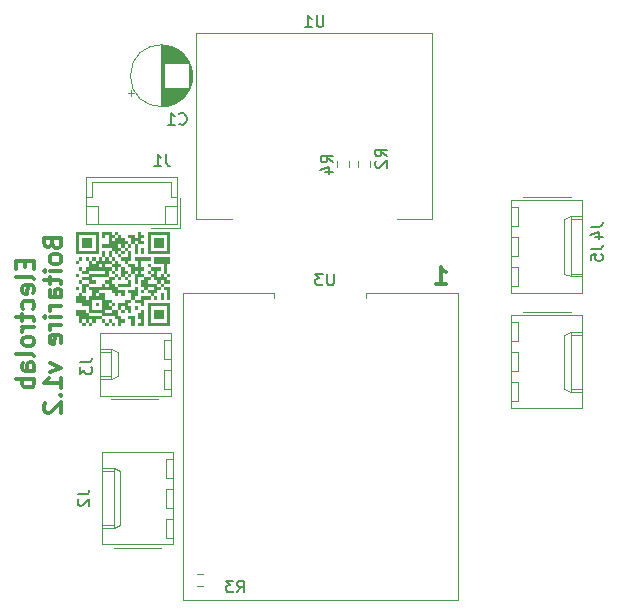
<source format=gbr>
%TF.GenerationSoftware,KiCad,Pcbnew,(6.0.0)*%
%TF.CreationDate,2022-06-18T18:04:24+02:00*%
%TF.ProjectId,boitarire,626f6974-6172-4697-9265-2e6b69636164,rev?*%
%TF.SameCoordinates,Original*%
%TF.FileFunction,Legend,Bot*%
%TF.FilePolarity,Positive*%
%FSLAX46Y46*%
G04 Gerber Fmt 4.6, Leading zero omitted, Abs format (unit mm)*
G04 Created by KiCad (PCBNEW (6.0.0)) date 2022-06-18 18:04:24*
%MOMM*%
%LPD*%
G01*
G04 APERTURE LIST*
%ADD10C,0.300000*%
%ADD11C,0.150000*%
%ADD12C,0.120000*%
G04 APERTURE END LIST*
D10*
X138992857Y-63878571D02*
X138992857Y-64378571D01*
X139778571Y-64592857D02*
X139778571Y-63878571D01*
X138278571Y-63878571D01*
X138278571Y-64592857D01*
X139778571Y-65450000D02*
X139707142Y-65307142D01*
X139564285Y-65235714D01*
X138278571Y-65235714D01*
X139707142Y-66592857D02*
X139778571Y-66450000D01*
X139778571Y-66164285D01*
X139707142Y-66021428D01*
X139564285Y-65950000D01*
X138992857Y-65950000D01*
X138850000Y-66021428D01*
X138778571Y-66164285D01*
X138778571Y-66450000D01*
X138850000Y-66592857D01*
X138992857Y-66664285D01*
X139135714Y-66664285D01*
X139278571Y-65950000D01*
X139707142Y-67950000D02*
X139778571Y-67807142D01*
X139778571Y-67521428D01*
X139707142Y-67378571D01*
X139635714Y-67307142D01*
X139492857Y-67235714D01*
X139064285Y-67235714D01*
X138921428Y-67307142D01*
X138850000Y-67378571D01*
X138778571Y-67521428D01*
X138778571Y-67807142D01*
X138850000Y-67950000D01*
X138778571Y-68378571D02*
X138778571Y-68950000D01*
X138278571Y-68592857D02*
X139564285Y-68592857D01*
X139707142Y-68664285D01*
X139778571Y-68807142D01*
X139778571Y-68950000D01*
X139778571Y-69450000D02*
X138778571Y-69450000D01*
X139064285Y-69450000D02*
X138921428Y-69521428D01*
X138850000Y-69592857D01*
X138778571Y-69735714D01*
X138778571Y-69878571D01*
X139778571Y-70592857D02*
X139707142Y-70450000D01*
X139635714Y-70378571D01*
X139492857Y-70307142D01*
X139064285Y-70307142D01*
X138921428Y-70378571D01*
X138850000Y-70450000D01*
X138778571Y-70592857D01*
X138778571Y-70807142D01*
X138850000Y-70950000D01*
X138921428Y-71021428D01*
X139064285Y-71092857D01*
X139492857Y-71092857D01*
X139635714Y-71021428D01*
X139707142Y-70950000D01*
X139778571Y-70807142D01*
X139778571Y-70592857D01*
X139778571Y-71950000D02*
X139707142Y-71807142D01*
X139564285Y-71735714D01*
X138278571Y-71735714D01*
X139778571Y-73164285D02*
X138992857Y-73164285D01*
X138850000Y-73092857D01*
X138778571Y-72950000D01*
X138778571Y-72664285D01*
X138850000Y-72521428D01*
X139707142Y-73164285D02*
X139778571Y-73021428D01*
X139778571Y-72664285D01*
X139707142Y-72521428D01*
X139564285Y-72450000D01*
X139421428Y-72450000D01*
X139278571Y-72521428D01*
X139207142Y-72664285D01*
X139207142Y-73021428D01*
X139135714Y-73164285D01*
X139778571Y-73878571D02*
X138278571Y-73878571D01*
X138850000Y-73878571D02*
X138778571Y-74021428D01*
X138778571Y-74307142D01*
X138850000Y-74450000D01*
X138921428Y-74521428D01*
X139064285Y-74592857D01*
X139492857Y-74592857D01*
X139635714Y-74521428D01*
X139707142Y-74450000D01*
X139778571Y-74307142D01*
X139778571Y-74021428D01*
X139707142Y-73878571D01*
X141292857Y-62407142D02*
X141364285Y-62621428D01*
X141435714Y-62692857D01*
X141578571Y-62764285D01*
X141792857Y-62764285D01*
X141935714Y-62692857D01*
X142007142Y-62621428D01*
X142078571Y-62478571D01*
X142078571Y-61907142D01*
X140578571Y-61907142D01*
X140578571Y-62407142D01*
X140650000Y-62550000D01*
X140721428Y-62621428D01*
X140864285Y-62692857D01*
X141007142Y-62692857D01*
X141150000Y-62621428D01*
X141221428Y-62550000D01*
X141292857Y-62407142D01*
X141292857Y-61907142D01*
X142078571Y-63621428D02*
X142007142Y-63478571D01*
X141935714Y-63407142D01*
X141792857Y-63335714D01*
X141364285Y-63335714D01*
X141221428Y-63407142D01*
X141150000Y-63478571D01*
X141078571Y-63621428D01*
X141078571Y-63835714D01*
X141150000Y-63978571D01*
X141221428Y-64050000D01*
X141364285Y-64121428D01*
X141792857Y-64121428D01*
X141935714Y-64050000D01*
X142007142Y-63978571D01*
X142078571Y-63835714D01*
X142078571Y-63621428D01*
X142078571Y-64764285D02*
X141078571Y-64764285D01*
X140578571Y-64764285D02*
X140650000Y-64692857D01*
X140721428Y-64764285D01*
X140650000Y-64835714D01*
X140578571Y-64764285D01*
X140721428Y-64764285D01*
X141078571Y-65264285D02*
X141078571Y-65835714D01*
X140578571Y-65478571D02*
X141864285Y-65478571D01*
X142007142Y-65550000D01*
X142078571Y-65692857D01*
X142078571Y-65835714D01*
X142078571Y-66978571D02*
X141292857Y-66978571D01*
X141150000Y-66907142D01*
X141078571Y-66764285D01*
X141078571Y-66478571D01*
X141150000Y-66335714D01*
X142007142Y-66978571D02*
X142078571Y-66835714D01*
X142078571Y-66478571D01*
X142007142Y-66335714D01*
X141864285Y-66264285D01*
X141721428Y-66264285D01*
X141578571Y-66335714D01*
X141507142Y-66478571D01*
X141507142Y-66835714D01*
X141435714Y-66978571D01*
X142078571Y-67692857D02*
X141078571Y-67692857D01*
X141364285Y-67692857D02*
X141221428Y-67764285D01*
X141150000Y-67835714D01*
X141078571Y-67978571D01*
X141078571Y-68121428D01*
X142078571Y-68621428D02*
X141078571Y-68621428D01*
X140578571Y-68621428D02*
X140650000Y-68550000D01*
X140721428Y-68621428D01*
X140650000Y-68692857D01*
X140578571Y-68621428D01*
X140721428Y-68621428D01*
X142078571Y-69335714D02*
X141078571Y-69335714D01*
X141364285Y-69335714D02*
X141221428Y-69407142D01*
X141150000Y-69478571D01*
X141078571Y-69621428D01*
X141078571Y-69764285D01*
X142007142Y-70835714D02*
X142078571Y-70692857D01*
X142078571Y-70407142D01*
X142007142Y-70264285D01*
X141864285Y-70192857D01*
X141292857Y-70192857D01*
X141150000Y-70264285D01*
X141078571Y-70407142D01*
X141078571Y-70692857D01*
X141150000Y-70835714D01*
X141292857Y-70907142D01*
X141435714Y-70907142D01*
X141578571Y-70192857D01*
X141078571Y-72550000D02*
X142078571Y-72907142D01*
X141078571Y-73264285D01*
X142078571Y-74621428D02*
X142078571Y-73764285D01*
X142078571Y-74192857D02*
X140578571Y-74192857D01*
X140792857Y-74050000D01*
X140935714Y-73907142D01*
X141007142Y-73764285D01*
X141935714Y-75264285D02*
X142007142Y-75335714D01*
X142078571Y-75264285D01*
X142007142Y-75192857D01*
X141935714Y-75264285D01*
X142078571Y-75264285D01*
X140721428Y-75907142D02*
X140650000Y-75978571D01*
X140578571Y-76121428D01*
X140578571Y-76478571D01*
X140650000Y-76621428D01*
X140721428Y-76692857D01*
X140864285Y-76764285D01*
X141007142Y-76764285D01*
X141221428Y-76692857D01*
X142078571Y-75835714D01*
X142078571Y-76764285D01*
X173771428Y-65878571D02*
X174628571Y-65878571D01*
X174200000Y-65878571D02*
X174200000Y-64378571D01*
X174342857Y-64592857D01*
X174485714Y-64735714D01*
X174628571Y-64807142D01*
D11*
%TO.C,U1*%
X164261904Y-43077380D02*
X164261904Y-43886904D01*
X164214285Y-43982142D01*
X164166666Y-44029761D01*
X164071428Y-44077380D01*
X163880952Y-44077380D01*
X163785714Y-44029761D01*
X163738095Y-43982142D01*
X163690476Y-43886904D01*
X163690476Y-43077380D01*
X162690476Y-44077380D02*
X163261904Y-44077380D01*
X162976190Y-44077380D02*
X162976190Y-43077380D01*
X163071428Y-43220238D01*
X163166666Y-43315476D01*
X163261904Y-43363095D01*
%TO.C,R3*%
X156966666Y-91952380D02*
X157300000Y-91476190D01*
X157538095Y-91952380D02*
X157538095Y-90952380D01*
X157157142Y-90952380D01*
X157061904Y-91000000D01*
X157014285Y-91047619D01*
X156966666Y-91142857D01*
X156966666Y-91285714D01*
X157014285Y-91380952D01*
X157061904Y-91428571D01*
X157157142Y-91476190D01*
X157538095Y-91476190D01*
X156633333Y-90952380D02*
X156014285Y-90952380D01*
X156347619Y-91333333D01*
X156204761Y-91333333D01*
X156109523Y-91380952D01*
X156061904Y-91428571D01*
X156014285Y-91523809D01*
X156014285Y-91761904D01*
X156061904Y-91857142D01*
X156109523Y-91904761D01*
X156204761Y-91952380D01*
X156490476Y-91952380D01*
X156585714Y-91904761D01*
X156633333Y-91857142D01*
%TO.C,J4*%
X186902380Y-60986666D02*
X187616666Y-60986666D01*
X187759523Y-60939047D01*
X187854761Y-60843809D01*
X187902380Y-60700952D01*
X187902380Y-60605714D01*
X187235714Y-61891428D02*
X187902380Y-61891428D01*
X186854761Y-61653333D02*
X187569047Y-61415238D01*
X187569047Y-62034285D01*
%TO.C,J3*%
X143652380Y-72466666D02*
X144366666Y-72466666D01*
X144509523Y-72419047D01*
X144604761Y-72323809D01*
X144652380Y-72180952D01*
X144652380Y-72085714D01*
X143652380Y-72847619D02*
X143652380Y-73466666D01*
X144033333Y-73133333D01*
X144033333Y-73276190D01*
X144080952Y-73371428D01*
X144128571Y-73419047D01*
X144223809Y-73466666D01*
X144461904Y-73466666D01*
X144557142Y-73419047D01*
X144604761Y-73371428D01*
X144652380Y-73276190D01*
X144652380Y-72990476D01*
X144604761Y-72895238D01*
X144557142Y-72847619D01*
%TO.C,R4*%
X165052380Y-55533333D02*
X164576190Y-55200000D01*
X165052380Y-54961904D02*
X164052380Y-54961904D01*
X164052380Y-55342857D01*
X164100000Y-55438095D01*
X164147619Y-55485714D01*
X164242857Y-55533333D01*
X164385714Y-55533333D01*
X164480952Y-55485714D01*
X164528571Y-55438095D01*
X164576190Y-55342857D01*
X164576190Y-54961904D01*
X164385714Y-56390476D02*
X165052380Y-56390476D01*
X164004761Y-56152380D02*
X164719047Y-55914285D01*
X164719047Y-56533333D01*
%TO.C,J1*%
X150933333Y-54852380D02*
X150933333Y-55566666D01*
X150980952Y-55709523D01*
X151076190Y-55804761D01*
X151219047Y-55852380D01*
X151314285Y-55852380D01*
X149933333Y-55852380D02*
X150504761Y-55852380D01*
X150219047Y-55852380D02*
X150219047Y-54852380D01*
X150314285Y-54995238D01*
X150409523Y-55090476D01*
X150504761Y-55138095D01*
%TO.C,J2*%
X143452380Y-83626666D02*
X144166666Y-83626666D01*
X144309523Y-83579047D01*
X144404761Y-83483809D01*
X144452380Y-83340952D01*
X144452380Y-83245714D01*
X143547619Y-84055238D02*
X143500000Y-84102857D01*
X143452380Y-84198095D01*
X143452380Y-84436190D01*
X143500000Y-84531428D01*
X143547619Y-84579047D01*
X143642857Y-84626666D01*
X143738095Y-84626666D01*
X143880952Y-84579047D01*
X144452380Y-84007619D01*
X144452380Y-84626666D01*
%TO.C,J5*%
X186902380Y-62886666D02*
X187616666Y-62886666D01*
X187759523Y-62839047D01*
X187854761Y-62743809D01*
X187902380Y-62600952D01*
X187902380Y-62505714D01*
X186902380Y-63839047D02*
X186902380Y-63362857D01*
X187378571Y-63315238D01*
X187330952Y-63362857D01*
X187283333Y-63458095D01*
X187283333Y-63696190D01*
X187330952Y-63791428D01*
X187378571Y-63839047D01*
X187473809Y-63886666D01*
X187711904Y-63886666D01*
X187807142Y-63839047D01*
X187854761Y-63791428D01*
X187902380Y-63696190D01*
X187902380Y-63458095D01*
X187854761Y-63362857D01*
X187807142Y-63315238D01*
%TO.C,R2*%
X169652380Y-55033333D02*
X169176190Y-54700000D01*
X169652380Y-54461904D02*
X168652380Y-54461904D01*
X168652380Y-54842857D01*
X168700000Y-54938095D01*
X168747619Y-54985714D01*
X168842857Y-55033333D01*
X168985714Y-55033333D01*
X169080952Y-54985714D01*
X169128571Y-54938095D01*
X169176190Y-54842857D01*
X169176190Y-54461904D01*
X168747619Y-55414285D02*
X168700000Y-55461904D01*
X168652380Y-55557142D01*
X168652380Y-55795238D01*
X168700000Y-55890476D01*
X168747619Y-55938095D01*
X168842857Y-55985714D01*
X168938095Y-55985714D01*
X169080952Y-55938095D01*
X169652380Y-55366666D01*
X169652380Y-55985714D01*
%TO.C,C1*%
X152061554Y-52257142D02*
X152109173Y-52304761D01*
X152252030Y-52352380D01*
X152347268Y-52352380D01*
X152490126Y-52304761D01*
X152585364Y-52209523D01*
X152632983Y-52114285D01*
X152680602Y-51923809D01*
X152680602Y-51780952D01*
X152632983Y-51590476D01*
X152585364Y-51495238D01*
X152490126Y-51400000D01*
X152347268Y-51352380D01*
X152252030Y-51352380D01*
X152109173Y-51400000D01*
X152061554Y-51447619D01*
X151109173Y-52352380D02*
X151680602Y-52352380D01*
X151394888Y-52352380D02*
X151394888Y-51352380D01*
X151490126Y-51495238D01*
X151585364Y-51590476D01*
X151680602Y-51638095D01*
%TO.C,U3*%
X165161904Y-64952380D02*
X165161904Y-65761904D01*
X165114285Y-65857142D01*
X165066666Y-65904761D01*
X164971428Y-65952380D01*
X164780952Y-65952380D01*
X164685714Y-65904761D01*
X164638095Y-65857142D01*
X164590476Y-65761904D01*
X164590476Y-64952380D01*
X164209523Y-64952380D02*
X163590476Y-64952380D01*
X163923809Y-65333333D01*
X163780952Y-65333333D01*
X163685714Y-65380952D01*
X163638095Y-65428571D01*
X163590476Y-65523809D01*
X163590476Y-65761904D01*
X163638095Y-65857142D01*
X163685714Y-65904761D01*
X163780952Y-65952380D01*
X164066666Y-65952380D01*
X164161904Y-65904761D01*
X164209523Y-65857142D01*
D12*
%TO.C,U1*%
X153510000Y-44625000D02*
X153510000Y-60375000D01*
X173490000Y-60375000D02*
X173490000Y-44625000D01*
X153510000Y-60375000D02*
X156500000Y-60375000D01*
X170500000Y-60375000D02*
X173490000Y-60375000D01*
X173490000Y-44625000D02*
X153510000Y-44625000D01*
%TO.C,R3*%
X153545276Y-90377500D02*
X154054724Y-90377500D01*
X153545276Y-91422500D02*
X154054724Y-91422500D01*
%TO.C,J4*%
X184660000Y-70120000D02*
X184660000Y-74700000D01*
X180170000Y-76330000D02*
X180170000Y-68490000D01*
X180770000Y-74150000D02*
X180770000Y-75750000D01*
X180170000Y-69070000D02*
X180770000Y-69070000D01*
X186190000Y-74700000D02*
X185190000Y-74700000D01*
X186190000Y-76330000D02*
X180170000Y-76330000D01*
X180770000Y-73210000D02*
X180170000Y-73210000D01*
X180770000Y-71610000D02*
X180770000Y-73210000D01*
X181200000Y-68200000D02*
X185200000Y-68200000D01*
X185190000Y-69870000D02*
X184660000Y-70120000D01*
X180170000Y-71610000D02*
X180770000Y-71610000D01*
X184660000Y-74700000D02*
X185190000Y-74950000D01*
X180770000Y-70670000D02*
X180170000Y-70670000D01*
X185190000Y-69870000D02*
X185190000Y-74950000D01*
X186190000Y-68490000D02*
X186190000Y-76330000D01*
X180770000Y-69070000D02*
X180770000Y-70670000D01*
X180170000Y-74150000D02*
X180770000Y-74150000D01*
X186190000Y-69870000D02*
X185190000Y-69870000D01*
X180170000Y-68490000D02*
X186190000Y-68490000D01*
X185190000Y-74950000D02*
X186190000Y-74950000D01*
X180770000Y-75750000D02*
X180170000Y-75750000D01*
X186190000Y-70120000D02*
X185190000Y-70120000D01*
%TO.C,J3*%
X151330000Y-74700000D02*
X150730000Y-74700000D01*
X145310000Y-73900000D02*
X146310000Y-73900000D01*
X145310000Y-71610000D02*
X146310000Y-71610000D01*
X150730000Y-74700000D02*
X150730000Y-73100000D01*
X151330000Y-69980000D02*
X151330000Y-75280000D01*
X150730000Y-72160000D02*
X150730000Y-70560000D01*
X151330000Y-75280000D02*
X145310000Y-75280000D01*
X145310000Y-73650000D02*
X146310000Y-73650000D01*
X150730000Y-70560000D02*
X151330000Y-70560000D01*
X146310000Y-73900000D02*
X146840000Y-73650000D01*
X146840000Y-71610000D02*
X146310000Y-71360000D01*
X146840000Y-73650000D02*
X146840000Y-71610000D01*
X150300000Y-75570000D02*
X146300000Y-75570000D01*
X150730000Y-73100000D02*
X151330000Y-73100000D01*
X151330000Y-72160000D02*
X150730000Y-72160000D01*
X146310000Y-73900000D02*
X146310000Y-71360000D01*
X145310000Y-75280000D02*
X145310000Y-69980000D01*
X145310000Y-69980000D02*
X151330000Y-69980000D01*
X146310000Y-71360000D02*
X145310000Y-71360000D01*
%TO.C,R4*%
X166422500Y-55954724D02*
X166422500Y-55445276D01*
X165377500Y-55954724D02*
X165377500Y-55445276D01*
%TO.C,J1*%
X144140000Y-60760000D02*
X144140000Y-56740000D01*
X151360000Y-57240000D02*
X144640000Y-57240000D01*
X151860000Y-56740000D02*
X151860000Y-60760000D01*
X151860000Y-59260000D02*
X150860000Y-59260000D01*
X145140000Y-59260000D02*
X145140000Y-60760000D01*
X144640000Y-57240000D02*
X144640000Y-58450000D01*
X152160000Y-58560000D02*
X152160000Y-61060000D01*
X151360000Y-58450000D02*
X151360000Y-57240000D01*
X150860000Y-59260000D02*
X150860000Y-60760000D01*
X152160000Y-61060000D02*
X149660000Y-61060000D01*
X151860000Y-58450000D02*
X151360000Y-58450000D01*
X144140000Y-56740000D02*
X151860000Y-56740000D01*
X151860000Y-60760000D02*
X144140000Y-60760000D01*
X144140000Y-59260000D02*
X145140000Y-59260000D01*
X144640000Y-58450000D02*
X144140000Y-58450000D01*
%TO.C,J2*%
X150930000Y-82220000D02*
X150930000Y-80620000D01*
X145510000Y-86500000D02*
X146510000Y-86500000D01*
X150930000Y-80620000D02*
X151530000Y-80620000D01*
X150930000Y-85700000D02*
X151530000Y-85700000D01*
X146510000Y-86500000D02*
X147040000Y-86250000D01*
X151530000Y-87880000D02*
X145510000Y-87880000D01*
X150930000Y-87300000D02*
X150930000Y-85700000D01*
X145510000Y-81670000D02*
X146510000Y-81670000D01*
X151530000Y-80040000D02*
X151530000Y-87880000D01*
X150500000Y-88170000D02*
X146500000Y-88170000D01*
X145510000Y-86250000D02*
X146510000Y-86250000D01*
X151530000Y-84760000D02*
X150930000Y-84760000D01*
X146510000Y-81420000D02*
X145510000Y-81420000D01*
X150930000Y-84760000D02*
X150930000Y-83160000D01*
X147040000Y-86250000D02*
X147040000Y-81670000D01*
X150930000Y-83160000D02*
X151530000Y-83160000D01*
X145510000Y-80040000D02*
X151530000Y-80040000D01*
X145510000Y-87880000D02*
X145510000Y-80040000D01*
X146510000Y-86500000D02*
X146510000Y-81420000D01*
X147040000Y-81670000D02*
X146510000Y-81420000D01*
X151530000Y-82220000D02*
X150930000Y-82220000D01*
X151530000Y-87300000D02*
X150930000Y-87300000D01*
%TO.C,J5*%
X180770000Y-64400000D02*
X180770000Y-66000000D01*
X180170000Y-61860000D02*
X180770000Y-61860000D01*
X180770000Y-61860000D02*
X180770000Y-63460000D01*
X180770000Y-60920000D02*
X180170000Y-60920000D01*
X180770000Y-59320000D02*
X180770000Y-60920000D01*
X185190000Y-65200000D02*
X186190000Y-65200000D01*
X186190000Y-60370000D02*
X185190000Y-60370000D01*
X180170000Y-64400000D02*
X180770000Y-64400000D01*
X184660000Y-64950000D02*
X185190000Y-65200000D01*
X184660000Y-60370000D02*
X184660000Y-64950000D01*
X180770000Y-66000000D02*
X180170000Y-66000000D01*
X180770000Y-63460000D02*
X180170000Y-63460000D01*
X185190000Y-60120000D02*
X184660000Y-60370000D01*
X181200000Y-58450000D02*
X185200000Y-58450000D01*
X186190000Y-58740000D02*
X186190000Y-66580000D01*
X180170000Y-59320000D02*
X180770000Y-59320000D01*
X180170000Y-66580000D02*
X180170000Y-58740000D01*
X186190000Y-60120000D02*
X185190000Y-60120000D01*
X180170000Y-58740000D02*
X186190000Y-58740000D01*
X186190000Y-64950000D02*
X185190000Y-64950000D01*
X185190000Y-60120000D02*
X185190000Y-65200000D01*
X186190000Y-66580000D02*
X180170000Y-66580000D01*
%TO.C,R2*%
X167177500Y-55954724D02*
X167177500Y-55445276D01*
X168222500Y-55954724D02*
X168222500Y-55445276D01*
%TO.C,C1*%
X152425888Y-47160000D02*
X152425888Y-46415000D01*
X151184888Y-47160000D02*
X151184888Y-45699000D01*
X152745888Y-49583000D02*
X152745888Y-49240000D01*
X151425888Y-47160000D02*
X151425888Y-45772000D01*
X151985888Y-47160000D02*
X151985888Y-46051000D01*
X152665888Y-47160000D02*
X152665888Y-46700000D01*
X150624888Y-50779000D02*
X150624888Y-45621000D01*
X152425888Y-49985000D02*
X152425888Y-49240000D01*
X151265888Y-50680000D02*
X151265888Y-49240000D01*
X152745888Y-47160000D02*
X152745888Y-46817000D01*
X152625888Y-47160000D02*
X152625888Y-46646000D01*
X152465888Y-49943000D02*
X152465888Y-49240000D01*
X152345888Y-47160000D02*
X152345888Y-46336000D01*
X151345888Y-50655000D02*
X151345888Y-49240000D01*
X152545888Y-47160000D02*
X152545888Y-46547000D01*
X151144888Y-50711000D02*
X151144888Y-49240000D01*
X151104888Y-50720000D02*
X151104888Y-49240000D01*
X150824888Y-50765000D02*
X150824888Y-49240000D01*
X151305888Y-47160000D02*
X151305888Y-45732000D01*
X153065888Y-48877000D02*
X153065888Y-47523000D01*
X152185888Y-50204000D02*
X152185888Y-49240000D01*
X151665888Y-47160000D02*
X151665888Y-45871000D01*
X152665888Y-49700000D02*
X152665888Y-49240000D01*
X150984888Y-47160000D02*
X150984888Y-45657000D01*
X150544888Y-50780000D02*
X150544888Y-45620000D01*
X151945888Y-47160000D02*
X151945888Y-46025000D01*
X151265888Y-47160000D02*
X151265888Y-45720000D01*
X151224888Y-50691000D02*
X151224888Y-49240000D01*
X152585888Y-49805000D02*
X152585888Y-49240000D01*
X151144888Y-47160000D02*
X151144888Y-45689000D01*
X151385888Y-50642000D02*
X151385888Y-49240000D01*
X151905888Y-47160000D02*
X151905888Y-46000000D01*
X153105888Y-48718000D02*
X153105888Y-47682000D01*
X151505888Y-47160000D02*
X151505888Y-45802000D01*
X152985888Y-49115000D02*
X152985888Y-47285000D01*
X152385888Y-47160000D02*
X152385888Y-46374000D01*
X150904888Y-47160000D02*
X150904888Y-45644000D01*
X150944888Y-50750000D02*
X150944888Y-49240000D01*
X151865888Y-50424000D02*
X151865888Y-49240000D01*
X151865888Y-47160000D02*
X151865888Y-45976000D01*
X151064888Y-50728000D02*
X151064888Y-49240000D01*
X151745888Y-47160000D02*
X151745888Y-45910000D01*
X150864888Y-47160000D02*
X150864888Y-45639000D01*
X150784888Y-47160000D02*
X150784888Y-45631000D01*
X150664888Y-50778000D02*
X150664888Y-45622000D01*
X151064888Y-47160000D02*
X151064888Y-45672000D01*
X150944888Y-47160000D02*
X150944888Y-45650000D01*
X150704888Y-50776000D02*
X150704888Y-45624000D01*
X152305888Y-47160000D02*
X152305888Y-46299000D01*
X151465888Y-47160000D02*
X151465888Y-45786000D01*
X151425888Y-50628000D02*
X151425888Y-49240000D01*
X151825888Y-47160000D02*
X151825888Y-45953000D01*
X152105888Y-50265000D02*
X152105888Y-49240000D01*
X152025888Y-50322000D02*
X152025888Y-49240000D01*
X151625888Y-50548000D02*
X151625888Y-49240000D01*
X153025888Y-49005000D02*
X153025888Y-47395000D01*
X150784888Y-50769000D02*
X150784888Y-49240000D01*
X151024888Y-47160000D02*
X151024888Y-45664000D01*
X151224888Y-47160000D02*
X151224888Y-45709000D01*
X152145888Y-50235000D02*
X152145888Y-49240000D01*
X151785888Y-50468000D02*
X151785888Y-49240000D01*
X151705888Y-47160000D02*
X151705888Y-45890000D01*
X152505888Y-47160000D02*
X152505888Y-46501000D01*
X151585888Y-50565000D02*
X151585888Y-49240000D01*
X151505888Y-50598000D02*
X151505888Y-49240000D01*
X152825888Y-47160000D02*
X152825888Y-46949000D01*
X151625888Y-47160000D02*
X151625888Y-45852000D01*
X152305888Y-50101000D02*
X152305888Y-49240000D01*
X150744888Y-50773000D02*
X150744888Y-45627000D01*
X152225888Y-47160000D02*
X152225888Y-46229000D01*
X152505888Y-49899000D02*
X152505888Y-49240000D01*
X151665888Y-50529000D02*
X151665888Y-49240000D01*
X151985888Y-50349000D02*
X151985888Y-49240000D01*
X152625888Y-49754000D02*
X152625888Y-49240000D01*
X151545888Y-47160000D02*
X151545888Y-45818000D01*
X152185888Y-47160000D02*
X152185888Y-46196000D01*
X152705888Y-49643000D02*
X152705888Y-49240000D01*
X152865888Y-49378000D02*
X152865888Y-47022000D01*
X151385888Y-47160000D02*
X151385888Y-45758000D01*
X151825888Y-50447000D02*
X151825888Y-49240000D01*
X152265888Y-47160000D02*
X152265888Y-46263000D01*
X152105888Y-47160000D02*
X152105888Y-46135000D01*
X152825888Y-49451000D02*
X152825888Y-49240000D01*
X147990113Y-49925000D02*
X147990113Y-49425000D01*
X152945888Y-49211000D02*
X152945888Y-47189000D01*
X152705888Y-47160000D02*
X152705888Y-46757000D01*
X150824888Y-47160000D02*
X150824888Y-45635000D01*
X152065888Y-50295000D02*
X152065888Y-49240000D01*
X152585888Y-47160000D02*
X152585888Y-46595000D01*
X151305888Y-50668000D02*
X151305888Y-49240000D01*
X150904888Y-50756000D02*
X150904888Y-49240000D01*
X151585888Y-47160000D02*
X151585888Y-45835000D01*
X152145888Y-47160000D02*
X152145888Y-46165000D01*
X150584888Y-50780000D02*
X150584888Y-45620000D01*
X151785888Y-47160000D02*
X151785888Y-45932000D01*
X152345888Y-50064000D02*
X152345888Y-49240000D01*
X152065888Y-47160000D02*
X152065888Y-46105000D01*
X150984888Y-50743000D02*
X150984888Y-49240000D01*
X151545888Y-50582000D02*
X151545888Y-49240000D01*
X151745888Y-50490000D02*
X151745888Y-49240000D01*
X153145888Y-48484000D02*
X153145888Y-47916000D01*
X152225888Y-50171000D02*
X152225888Y-49240000D01*
X151345888Y-47160000D02*
X151345888Y-45745000D01*
X152545888Y-49853000D02*
X152545888Y-49240000D01*
X151905888Y-50400000D02*
X151905888Y-49240000D01*
X151705888Y-50510000D02*
X151705888Y-49240000D01*
X147740113Y-49675000D02*
X148240113Y-49675000D01*
X152465888Y-47160000D02*
X152465888Y-46457000D01*
X151945888Y-50375000D02*
X151945888Y-49240000D01*
X152025888Y-47160000D02*
X152025888Y-46078000D01*
X151184888Y-50701000D02*
X151184888Y-49240000D01*
X152385888Y-50026000D02*
X152385888Y-49240000D01*
X150864888Y-50761000D02*
X150864888Y-49240000D01*
X152905888Y-49298000D02*
X152905888Y-47102000D01*
X152265888Y-50137000D02*
X152265888Y-49240000D01*
X151104888Y-47160000D02*
X151104888Y-45680000D01*
X151024888Y-50736000D02*
X151024888Y-49240000D01*
X151465888Y-50614000D02*
X151465888Y-49240000D01*
X152785888Y-49519000D02*
X152785888Y-49240000D01*
X152785888Y-47160000D02*
X152785888Y-46881000D01*
X153164888Y-48200000D02*
G75*
G03*
X153164888Y-48200000I-2620000J0D01*
G01*
%TO.C,U3*%
X167886666Y-67000000D02*
X167886666Y-66640000D01*
X152340000Y-66640000D02*
X160113334Y-66640000D01*
X167886666Y-66640000D02*
X175660000Y-66640000D01*
X175660000Y-92560000D02*
X152340000Y-92560000D01*
X175660000Y-66640000D02*
X175660000Y-92560000D01*
X152340000Y-92560000D02*
X152340000Y-66640000D01*
X160113334Y-66640000D02*
X160113334Y-67000000D01*
%TO.C,G\u002A\u002A\u002A*%
G36*
X149647899Y-67187605D02*
G01*
X149114285Y-67187605D01*
X149114285Y-67721219D01*
X148820798Y-67721219D01*
X148820798Y-67454412D01*
X148287185Y-67454412D01*
X148287185Y-67187605D01*
X148820798Y-67187605D01*
X148820798Y-66894118D01*
X149647899Y-66894118D01*
X149647899Y-67187605D01*
G37*
G36*
X150768487Y-62758614D02*
G01*
X149941386Y-62758614D01*
X149941386Y-61931513D01*
X150768487Y-61931513D01*
X150768487Y-62758614D01*
G37*
G36*
X149114285Y-62491807D02*
G01*
X148553991Y-62491807D01*
X148553991Y-63318908D01*
X148287185Y-63318908D01*
X148287185Y-62491807D01*
X147993697Y-62491807D01*
X147993697Y-62225000D01*
X148287185Y-62225000D01*
X148287185Y-62491807D01*
X148553991Y-62491807D01*
X148553991Y-62225000D01*
X148287185Y-62225000D01*
X147993697Y-62225000D01*
X147993697Y-61931513D01*
X147726890Y-61931513D01*
X147726890Y-61664706D01*
X148287185Y-61664706D01*
X148287185Y-61931513D01*
X148553991Y-61931513D01*
X148553991Y-61397900D01*
X148820798Y-61397900D01*
X148820798Y-61664706D01*
X149114285Y-61664706D01*
X149114285Y-61931513D01*
X148820798Y-61931513D01*
X148820798Y-62225000D01*
X149114285Y-62225000D01*
X149114285Y-62491807D01*
G37*
G36*
X149114285Y-64973110D02*
G01*
X149114285Y-65239916D01*
X148553991Y-65239916D01*
X148553991Y-65800210D01*
X148287185Y-65800210D01*
X148287185Y-64973110D01*
X147993697Y-64973110D01*
X147993697Y-64706303D01*
X148287185Y-64706303D01*
X148287185Y-64973110D01*
X148553991Y-64973110D01*
X148553991Y-64706303D01*
X148287185Y-64706303D01*
X147993697Y-64706303D01*
X147993697Y-64412815D01*
X147726890Y-64412815D01*
X147726890Y-64146009D01*
X148287185Y-64146009D01*
X148287185Y-64412815D01*
X148553991Y-64412815D01*
X148553991Y-63879202D01*
X148287185Y-63879202D01*
X148287185Y-63585715D01*
X149647899Y-63585715D01*
X149647899Y-63879202D01*
X148820798Y-63879202D01*
X148820798Y-64412815D01*
X149114285Y-64412815D01*
X149114285Y-64706303D01*
X148820798Y-64706303D01*
X148820798Y-64973110D01*
X149114285Y-64973110D01*
G37*
G36*
X150768487Y-68841807D02*
G01*
X149941386Y-68841807D01*
X149941386Y-68014706D01*
X150768487Y-68014706D01*
X150768487Y-68841807D01*
G37*
G36*
X143858193Y-64706303D02*
G01*
X143591386Y-64706303D01*
X143591386Y-64412815D01*
X143858193Y-64412815D01*
X143858193Y-64706303D01*
G37*
G36*
X147993697Y-63879202D02*
G01*
X147726890Y-63879202D01*
X147726890Y-64146009D01*
X147460084Y-64146009D01*
X147460084Y-63879202D01*
X147166596Y-63879202D01*
X147166596Y-63585715D01*
X147726890Y-63585715D01*
X147726890Y-63052101D01*
X147993697Y-63052101D01*
X147993697Y-63879202D01*
G37*
G36*
X143858193Y-63879202D02*
G01*
X143591386Y-63879202D01*
X143591386Y-63585715D01*
X143858193Y-63585715D01*
X143858193Y-63879202D01*
G37*
G36*
X149647899Y-64412815D02*
G01*
X149381092Y-64412815D01*
X149381092Y-64146009D01*
X149647899Y-64146009D01*
X149647899Y-64412815D01*
G37*
G36*
X149647899Y-64973110D02*
G01*
X149381092Y-64973110D01*
X149381092Y-64706303D01*
X149647899Y-64706303D01*
X149647899Y-64973110D01*
G37*
G36*
X146899790Y-64146009D02*
G01*
X147166596Y-64146009D01*
X147166596Y-64412815D01*
X146899790Y-64412815D01*
X146899790Y-64706303D01*
X146632983Y-64706303D01*
X146632983Y-64973110D01*
X146899790Y-64973110D01*
X146899790Y-65239916D01*
X147166596Y-65239916D01*
X147166596Y-64412815D01*
X147460084Y-64412815D01*
X147460084Y-64706303D01*
X147726890Y-64706303D01*
X147726890Y-64973110D01*
X147460084Y-64973110D01*
X147460084Y-65239916D01*
X147726890Y-65239916D01*
X147726890Y-64973110D01*
X147993697Y-64973110D01*
X147993697Y-65239916D01*
X147726890Y-65239916D01*
X147726890Y-65533404D01*
X147460084Y-65533404D01*
X147460084Y-65239916D01*
X147166596Y-65239916D01*
X147166596Y-65533404D01*
X146899790Y-65533404D01*
X146899790Y-65239916D01*
X146632983Y-65239916D01*
X146632983Y-64973110D01*
X146339495Y-64973110D01*
X146339495Y-64706303D01*
X146632983Y-64706303D01*
X146632983Y-64412815D01*
X146339495Y-64412815D01*
X146339495Y-64146009D01*
X146632983Y-64146009D01*
X146632983Y-63879202D01*
X146899790Y-63879202D01*
X146899790Y-64146009D01*
G37*
G36*
X151302100Y-67187605D02*
G01*
X151035294Y-67187605D01*
X151035294Y-66360505D01*
X150768487Y-66360505D01*
X150768487Y-66067017D01*
X151302100Y-66067017D01*
X151302100Y-67187605D01*
G37*
G36*
X149114285Y-63318908D02*
G01*
X148820798Y-63318908D01*
X148820798Y-62758614D01*
X149114285Y-62758614D01*
X149114285Y-63318908D01*
G37*
G36*
X147726890Y-62758614D02*
G01*
X147726890Y-62491807D01*
X147993697Y-62491807D01*
X147993697Y-62758614D01*
X147726890Y-62758614D01*
X147726890Y-63052101D01*
X147460084Y-63052101D01*
X147460084Y-62758614D01*
X147166596Y-62758614D01*
X147166596Y-63052101D01*
X146899790Y-63052101D01*
X146899790Y-63318908D01*
X146632983Y-63318908D01*
X146632983Y-63052101D01*
X146339495Y-63052101D01*
X146339495Y-62758614D01*
X145512395Y-62758614D01*
X145512395Y-62491807D01*
X146072689Y-62491807D01*
X146899790Y-62491807D01*
X146899790Y-62758614D01*
X147166596Y-62758614D01*
X147166596Y-62491807D01*
X146899790Y-62491807D01*
X146072689Y-62491807D01*
X146072689Y-61664706D01*
X145805882Y-61664706D01*
X145805882Y-61931513D01*
X145512395Y-61931513D01*
X145512395Y-61397900D01*
X146339495Y-61397900D01*
X146339495Y-61664706D01*
X146632983Y-61664706D01*
X146632983Y-61397900D01*
X146899790Y-61397900D01*
X146899790Y-61664706D01*
X146632983Y-61664706D01*
X146632983Y-61931513D01*
X146339495Y-61931513D01*
X146339495Y-62225000D01*
X146632983Y-62225000D01*
X146632983Y-61931513D01*
X146899790Y-61931513D01*
X146899790Y-61664706D01*
X147166596Y-61664706D01*
X147166596Y-61931513D01*
X147460084Y-61931513D01*
X147460084Y-62225000D01*
X147726890Y-62225000D01*
X147726890Y-62491807D01*
X147460084Y-62491807D01*
X147460084Y-62758614D01*
X147726890Y-62758614D01*
G37*
G36*
X144685294Y-62758614D02*
G01*
X143858193Y-62758614D01*
X143858193Y-61931513D01*
X144685294Y-61931513D01*
X144685294Y-62758614D01*
G37*
G36*
X143858193Y-65800210D02*
G01*
X143591386Y-65800210D01*
X143591386Y-65533404D01*
X143858193Y-65533404D01*
X143858193Y-65800210D01*
G37*
G36*
X146632983Y-69402101D02*
G01*
X146339495Y-69402101D01*
X146339495Y-69108614D01*
X146632983Y-69108614D01*
X146632983Y-69402101D01*
G37*
G36*
X150208193Y-67187605D02*
G01*
X149941386Y-67187605D01*
X149941386Y-66894118D01*
X150208193Y-66894118D01*
X150208193Y-67187605D01*
G37*
G36*
X147993697Y-68281513D02*
G01*
X147726890Y-68281513D01*
X147726890Y-68014706D01*
X147460084Y-68014706D01*
X147460084Y-68281513D01*
X147166596Y-68281513D01*
X147166596Y-68014706D01*
X146899790Y-68014706D01*
X146899790Y-67721219D01*
X147166596Y-67721219D01*
X147166596Y-68014706D01*
X147460084Y-68014706D01*
X147460084Y-67721219D01*
X147166596Y-67721219D01*
X146899790Y-67721219D01*
X146899790Y-67454412D01*
X147460084Y-67454412D01*
X147460084Y-67187605D01*
X147993697Y-67187605D01*
X147993697Y-67454412D01*
X147726890Y-67454412D01*
X147726890Y-67721219D01*
X147993697Y-67721219D01*
X147993697Y-68281513D01*
G37*
G36*
X144418487Y-63879202D02*
G01*
X144151680Y-63879202D01*
X144151680Y-63585715D01*
X144418487Y-63585715D01*
X144418487Y-63879202D01*
G37*
G36*
X143591386Y-65239916D02*
G01*
X143297899Y-65239916D01*
X143297899Y-64973110D01*
X143591386Y-64973110D01*
X143591386Y-65239916D01*
G37*
G36*
X146339495Y-69108614D02*
G01*
X146072689Y-69108614D01*
X146072689Y-68841807D01*
X146339495Y-68841807D01*
X146339495Y-69108614D01*
G37*
G36*
X148553991Y-68014706D02*
G01*
X148287185Y-68014706D01*
X148287185Y-67721219D01*
X148553991Y-67721219D01*
X148553991Y-68014706D01*
G37*
G36*
X147166596Y-63585715D02*
G01*
X146899790Y-63585715D01*
X146899790Y-63318908D01*
X147166596Y-63318908D01*
X147166596Y-63585715D01*
G37*
G36*
X148553991Y-66894118D02*
G01*
X148287185Y-66894118D01*
X148287185Y-67187605D01*
X147993697Y-67187605D01*
X147993697Y-66627311D01*
X147726890Y-66627311D01*
X147726890Y-66360505D01*
X148287185Y-66360505D01*
X148287185Y-66067017D01*
X148553991Y-66067017D01*
X148553991Y-66894118D01*
G37*
G36*
X147460084Y-63318908D02*
G01*
X147166596Y-63318908D01*
X147166596Y-63052101D01*
X147460084Y-63052101D01*
X147460084Y-63318908D01*
G37*
G36*
X146632983Y-63879202D02*
G01*
X146339495Y-63879202D01*
X146339495Y-63585715D01*
X146632983Y-63585715D01*
X146632983Y-63879202D01*
G37*
G36*
X150768487Y-67187605D02*
G01*
X150475000Y-67187605D01*
X150475000Y-66627311D01*
X150768487Y-66627311D01*
X150768487Y-67187605D01*
G37*
G36*
X149381092Y-63318908D02*
G01*
X149381092Y-61664706D01*
X149647899Y-61664706D01*
X149647899Y-63052101D01*
X151035294Y-63052101D01*
X151035294Y-61664706D01*
X149647899Y-61664706D01*
X149381092Y-61664706D01*
X149381092Y-61397900D01*
X151302100Y-61397900D01*
X151302100Y-63318908D01*
X149381092Y-63318908D01*
G37*
G36*
X145805882Y-69108614D02*
G01*
X145512395Y-69108614D01*
X145512395Y-68841807D01*
X145805882Y-68841807D01*
X145805882Y-69108614D01*
G37*
G36*
X149381092Y-69402101D02*
G01*
X149381092Y-67721219D01*
X149647899Y-67721219D01*
X149647899Y-69108614D01*
X151035294Y-69108614D01*
X151035294Y-67721219D01*
X149647899Y-67721219D01*
X149381092Y-67721219D01*
X149381092Y-67454412D01*
X151302100Y-67454412D01*
X151302100Y-69402101D01*
X149381092Y-69402101D01*
G37*
G36*
X149114285Y-69402101D02*
G01*
X148553991Y-69402101D01*
X148553991Y-69108614D01*
X148820798Y-69108614D01*
X148820798Y-68841807D01*
X148553991Y-68841807D01*
X148553991Y-68281513D01*
X148820798Y-68281513D01*
X148820798Y-68014706D01*
X149114285Y-68014706D01*
X149114285Y-69402101D01*
G37*
G36*
X143591386Y-66360505D02*
G01*
X143297899Y-66360505D01*
X143297899Y-66067017D01*
X143591386Y-66067017D01*
X143591386Y-66360505D01*
G37*
G36*
X144685294Y-65239916D02*
G01*
X144685294Y-65533404D01*
X144978781Y-65533404D01*
X144978781Y-65800210D01*
X144418487Y-65800210D01*
X144418487Y-66067017D01*
X145512395Y-66067017D01*
X145512395Y-65800210D01*
X145805882Y-65800210D01*
X145805882Y-66067017D01*
X146072689Y-66067017D01*
X146072689Y-65800210D01*
X145805882Y-65800210D01*
X145805882Y-65533404D01*
X146072689Y-65533404D01*
X146072689Y-65239916D01*
X146632983Y-65239916D01*
X146632983Y-65533404D01*
X146339495Y-65533404D01*
X146339495Y-65800210D01*
X146632983Y-65800210D01*
X146632983Y-66067017D01*
X146899790Y-66067017D01*
X146899790Y-66360505D01*
X147460084Y-66360505D01*
X147460084Y-66894118D01*
X147166596Y-66894118D01*
X147166596Y-66627311D01*
X146899790Y-66627311D01*
X146899790Y-66894118D01*
X146632983Y-66894118D01*
X146632983Y-66627311D01*
X146339495Y-66627311D01*
X146339495Y-66360505D01*
X145245588Y-66360505D01*
X145245588Y-66627311D01*
X144978781Y-66627311D01*
X144978781Y-66894118D01*
X145245588Y-66894118D01*
X145245588Y-66627311D01*
X145805882Y-66627311D01*
X145805882Y-67187605D01*
X146339495Y-67187605D01*
X146339495Y-67454412D01*
X146072689Y-67454412D01*
X146072689Y-67721219D01*
X146339495Y-67721219D01*
X146339495Y-68014706D01*
X145805882Y-68014706D01*
X145805882Y-68281513D01*
X146339495Y-68281513D01*
X146339495Y-68014706D01*
X146899790Y-68014706D01*
X146899790Y-68548320D01*
X147166596Y-68548320D01*
X147166596Y-68841807D01*
X147460084Y-68841807D01*
X147460084Y-69108614D01*
X147166596Y-69108614D01*
X147166596Y-69402101D01*
X146899790Y-69402101D01*
X146899790Y-68841807D01*
X146632983Y-68841807D01*
X146632983Y-68548320D01*
X145512395Y-68548320D01*
X145512395Y-68841807D01*
X144978781Y-68841807D01*
X144978781Y-69108614D01*
X144685294Y-69108614D01*
X144685294Y-69402101D01*
X144418487Y-69402101D01*
X144418487Y-69108614D01*
X144151680Y-69108614D01*
X144151680Y-69402101D01*
X143858193Y-69402101D01*
X143858193Y-69108614D01*
X143591386Y-69108614D01*
X143591386Y-68841807D01*
X143858193Y-68841807D01*
X143858193Y-69108614D01*
X144151680Y-69108614D01*
X144151680Y-68841807D01*
X144418487Y-68841807D01*
X144418487Y-69108614D01*
X144685294Y-69108614D01*
X144685294Y-68841807D01*
X144418487Y-68841807D01*
X144151680Y-68841807D01*
X143858193Y-68841807D01*
X143591386Y-68841807D01*
X143591386Y-68548320D01*
X143297899Y-68548320D01*
X143297899Y-68014706D01*
X144151680Y-68014706D01*
X144151680Y-68281513D01*
X144418487Y-68281513D01*
X144418487Y-68548320D01*
X145512395Y-68548320D01*
X145512395Y-68281513D01*
X144418487Y-68281513D01*
X144418487Y-67721219D01*
X143858193Y-67721219D01*
X143858193Y-67454412D01*
X143297899Y-67454412D01*
X143297899Y-66894118D01*
X143591386Y-66894118D01*
X143858193Y-66894118D01*
X144151680Y-66894118D01*
X144151680Y-67187605D01*
X144418487Y-67187605D01*
X144685294Y-67187605D01*
X144685294Y-68014706D01*
X145512395Y-68014706D01*
X145512395Y-67187605D01*
X144685294Y-67187605D01*
X144418487Y-67187605D01*
X144418487Y-66894118D01*
X144685294Y-66894118D01*
X144685294Y-66360505D01*
X144418487Y-66360505D01*
X144418487Y-66067017D01*
X144151680Y-66067017D01*
X144151680Y-66627311D01*
X143858193Y-66627311D01*
X143858193Y-66894118D01*
X143591386Y-66894118D01*
X143591386Y-66627311D01*
X143858193Y-66627311D01*
X143858193Y-65800210D01*
X144418487Y-65800210D01*
X144418487Y-65533404D01*
X143858193Y-65533404D01*
X143858193Y-65239916D01*
X144418487Y-65239916D01*
X144418487Y-64973110D01*
X143858193Y-64973110D01*
X143858193Y-64706303D01*
X144151680Y-64706303D01*
X144418487Y-64706303D01*
X144418487Y-64973110D01*
X145805882Y-64973110D01*
X145805882Y-64706303D01*
X144418487Y-64706303D01*
X144151680Y-64706303D01*
X144151680Y-64412815D01*
X144418487Y-64412815D01*
X144418487Y-63879202D01*
X144685294Y-63879202D01*
X144685294Y-63585715D01*
X144978781Y-63585715D01*
X144978781Y-63879202D01*
X144685294Y-63879202D01*
X144685294Y-64146009D01*
X144978781Y-64146009D01*
X145245588Y-64146009D01*
X145245588Y-64412815D01*
X145512395Y-64412815D01*
X145512395Y-64146009D01*
X145245588Y-64146009D01*
X144978781Y-64146009D01*
X144978781Y-63879202D01*
X145245588Y-63879202D01*
X145245588Y-63585715D01*
X145512395Y-63585715D01*
X145512395Y-63052101D01*
X145805882Y-63052101D01*
X145805882Y-63585715D01*
X145512395Y-63585715D01*
X145512395Y-63879202D01*
X145805882Y-63879202D01*
X145805882Y-63585715D01*
X146072689Y-63585715D01*
X146072689Y-63879202D01*
X146339495Y-63879202D01*
X146339495Y-64146009D01*
X145805882Y-64146009D01*
X145805882Y-64412815D01*
X146339495Y-64412815D01*
X146339495Y-64706303D01*
X146072689Y-64706303D01*
X146072689Y-65239916D01*
X144685294Y-65239916D01*
G37*
G36*
X149114285Y-66627311D02*
G01*
X148820798Y-66627311D01*
X148820798Y-66360505D01*
X149114285Y-66360505D01*
X149114285Y-66627311D01*
G37*
G36*
X143591386Y-64146009D02*
G01*
X143297899Y-64146009D01*
X143297899Y-63879202D01*
X143591386Y-63879202D01*
X143591386Y-64146009D01*
G37*
G36*
X147993697Y-66067017D02*
G01*
X146899790Y-66067017D01*
X146899790Y-65800210D01*
X147726890Y-65800210D01*
X147726890Y-65533404D01*
X147993697Y-65533404D01*
X147993697Y-66067017D01*
G37*
G36*
X143297899Y-63318908D02*
G01*
X143297899Y-61664706D01*
X143591386Y-61664706D01*
X143591386Y-63052101D01*
X144978781Y-63052101D01*
X144978781Y-61664706D01*
X143591386Y-61664706D01*
X143297899Y-61664706D01*
X143297899Y-61397900D01*
X145245588Y-61397900D01*
X145245588Y-63318908D01*
X143297899Y-63318908D01*
G37*
G36*
X146072689Y-69402101D02*
G01*
X145805882Y-69402101D01*
X145805882Y-69108614D01*
X146072689Y-69108614D01*
X146072689Y-69402101D01*
G37*
G36*
X148287185Y-69402101D02*
G01*
X147993697Y-69402101D01*
X147993697Y-68841807D01*
X147726890Y-68841807D01*
X147726890Y-68548320D01*
X148287185Y-68548320D01*
X148287185Y-69402101D01*
G37*
G36*
X146339495Y-63585715D02*
G01*
X146072689Y-63585715D01*
X146072689Y-63052101D01*
X146339495Y-63052101D01*
X146339495Y-63585715D01*
G37*
G36*
X146632983Y-67721219D02*
G01*
X146339495Y-67721219D01*
X146339495Y-67454412D01*
X146632983Y-67454412D01*
X146632983Y-67721219D01*
G37*
G36*
X151302100Y-65800210D02*
G01*
X150768487Y-65800210D01*
X150768487Y-66067017D01*
X150475000Y-66067017D01*
X150475000Y-66360505D01*
X150208193Y-66360505D01*
X150208193Y-66627311D01*
X149941386Y-66627311D01*
X149941386Y-66894118D01*
X149647899Y-66894118D01*
X149647899Y-66627311D01*
X149381092Y-66627311D01*
X149381092Y-66360505D01*
X149114285Y-66360505D01*
X149114285Y-66067017D01*
X149381092Y-66067017D01*
X149381092Y-66360505D01*
X149941386Y-66360505D01*
X149941386Y-66067017D01*
X150208193Y-66067017D01*
X150475000Y-66067017D01*
X150475000Y-65800210D01*
X150768487Y-65800210D01*
X150768487Y-65533404D01*
X150475000Y-65533404D01*
X150475000Y-65800210D01*
X150208193Y-65800210D01*
X150208193Y-66067017D01*
X149941386Y-66067017D01*
X149381092Y-66067017D01*
X149114285Y-66067017D01*
X148820798Y-66067017D01*
X148820798Y-65800210D01*
X149381092Y-65800210D01*
X150208193Y-65800210D01*
X150208193Y-65533404D01*
X149941386Y-65533404D01*
X149941386Y-65239916D01*
X149647899Y-65239916D01*
X149647899Y-65533404D01*
X149381092Y-65533404D01*
X149381092Y-65800210D01*
X148820798Y-65800210D01*
X148820798Y-65533404D01*
X149114285Y-65533404D01*
X149114285Y-65239916D01*
X149647899Y-65239916D01*
X149647899Y-64973110D01*
X149941386Y-64973110D01*
X149941386Y-64706303D01*
X149647899Y-64706303D01*
X149647899Y-64412815D01*
X150475000Y-64412815D01*
X150475000Y-64706303D01*
X150208193Y-64706303D01*
X150208193Y-65239916D01*
X150475000Y-65239916D01*
X150475000Y-64973110D01*
X150768487Y-64973110D01*
X150768487Y-64146009D01*
X149941386Y-64146009D01*
X149941386Y-63585715D01*
X151302100Y-63585715D01*
X151302100Y-64146009D01*
X151035294Y-64146009D01*
X151035294Y-64973110D01*
X150768487Y-64973110D01*
X150768487Y-65239916D01*
X151035294Y-65239916D01*
X151035294Y-64973110D01*
X151302100Y-64973110D01*
X151302100Y-65239916D01*
X151035294Y-65239916D01*
X151035294Y-65533404D01*
X151302100Y-65533404D01*
X151302100Y-65800210D01*
G37*
G36*
X145245588Y-67721219D02*
G01*
X144978781Y-67721219D01*
X144978781Y-67454412D01*
X145245588Y-67454412D01*
X145245588Y-67721219D01*
G37*
%TD*%
M02*

</source>
